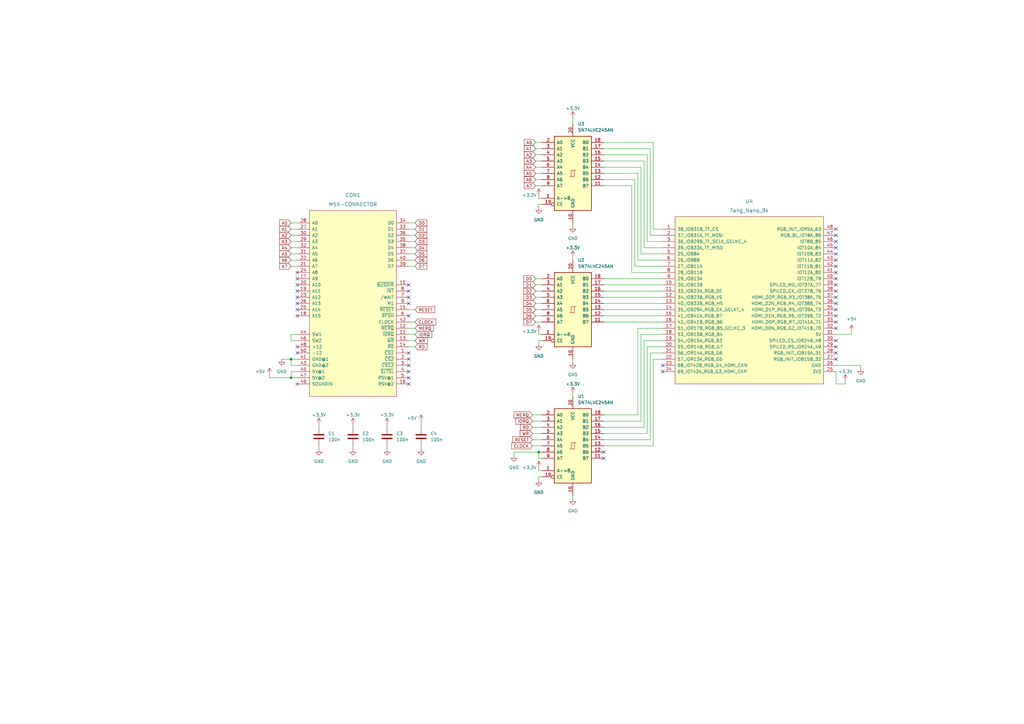
<source format=kicad_sch>
(kicad_sch (version 20211123) (generator eeschema)
  (paper "A3")
  (title_block (title "MSX-Tang Nano 9K") (date "2023-03-01"))
  (lib_symbols
    (symbol "Device:C" (pin_numbers hide) (pin_names (offset 0.254))
      (property "Reference" "C" (at 0.635 2.54 0))
      (property "Value" "C" (at 0.635 -2.54 0))
      (symbol "C_0_1"
        (polyline (pts (xy -2.032 -0.762) (xy 2.032 -0.762)) (stroke (width 0.508)))
        (polyline (pts (xy -2.032 0.762) (xy 2.032 0.762)) (stroke (width 0.508)))
      )
      (symbol "C_1_1"
        (pin passive line (at 0 3.81 270) (length 2.794) (name "~") (number "1"))
        (pin passive line (at 0 -3.81 90) (length 2.794) (name "~") (number "2"))
      )
    )
    (symbol "Mi_libreria:MSX-CONNECTOR" (pin_names (offset 1.016))
      (property "Reference" "CON1" (at -3.81 19.05 0))
      (property "Value" "MSX-CONNECTOR" (at -11.43 11.43 0))
      (symbol "MSX-CONNECTOR_1_0"
        (pin bidirectional line (at 22.86 -20.32 180) (length 5) (name "~{CS1}") (number "1"))
        (pin bidirectional line (at 22.86 7.62 180) (length 5) (name "~{BUSDIR}") (number "10"))
        (pin bidirectional line (at 22.86 -12.7 180) (length 5) (name "~{IORQ}") (number "11"))
        (pin bidirectional line (at 22.86 -10.16 180) (length 5) (name "~{MERQ}") (number "12"))
        (pin bidirectional line (at 22.86 -15.24 180) (length 5) (name "~{WR}") (number "13"))
        (pin bidirectional line (at 22.86 -17.78 180) (length 5) (name "~{RD}") (number "14"))
        (pin bidirectional line (at 22.86 -2.54 180) (length 5) (name "~{RESET}") (number "15"))
        (pin bidirectional line (at 22.86 -33.02 180) (length 5) (name "RSV@2") (number "16"))
        (pin bidirectional line (at -22.86 10.16 0) (length 5) (name "A9") (number "17"))
        (pin bidirectional line (at -22.86 -5.08 0) (length 5) (name "A15") (number "18"))
        (pin bidirectional line (at -22.86 5.08 0) (length 5) (name "A11") (number "19"))
        (pin bidirectional line (at 22.86 -22.86 180) (length 5) (name "~{CS2}") (number "2"))
        (pin bidirectional line (at -22.86 7.62 0) (length 5) (name "A10") (number "20"))
        (pin bidirectional line (at -22.86 15.24 0) (length 5) (name "A7") (number "21"))
        (pin bidirectional line (at -22.86 17.78 0) (length 5) (name "A6") (number "22"))
        (pin bidirectional line (at -22.86 2.54 0) (length 5) (name "A12") (number "23"))
        (pin bidirectional line (at -22.86 12.7 0) (length 5) (name "A8") (number "24"))
        (pin bidirectional line (at -22.86 -2.54 0) (length 5) (name "A14") (number "25"))
        (pin bidirectional line (at -22.86 0 0) (length 5) (name "A13") (number "26"))
        (pin bidirectional line (at -22.86 30.48 0) (length 5) (name "A1") (number "27"))
        (pin bidirectional line (at -22.86 33.02 0) (length 5) (name "A0") (number "28"))
        (pin bidirectional line (at -22.86 25.4 0) (length 5) (name "A3") (number "29"))
        (pin bidirectional line (at 22.86 -25.4 180) (length 5) (name "~{CS12}") (number "3"))
        (pin bidirectional line (at -22.86 27.94 0) (length 5) (name "A2") (number "30"))
        (pin bidirectional line (at -22.86 20.32 0) (length 5) (name "A5") (number "31"))
        (pin bidirectional line (at -22.86 22.86 0) (length 5) (name "A4") (number "32"))
        (pin bidirectional line (at 22.86 30.48 180) (length 5) (name "D1") (number "33"))
        (pin bidirectional line (at 22.86 33.02 180) (length 5) (name "D0") (number "34"))
        (pin bidirectional line (at 22.86 25.4 180) (length 5) (name "D3") (number "35"))
        (pin bidirectional line (at 22.86 27.94 180) (length 5) (name "D2") (number "36"))
        (pin bidirectional line (at 22.86 20.32 180) (length 5) (name "D5") (number "37"))
        (pin bidirectional line (at 22.86 22.86 180) (length 5) (name "D4") (number "38"))
        (pin bidirectional line (at 22.86 15.24 180) (length 5) (name "D7") (number "39"))
        (pin bidirectional line (at 22.86 -27.94 180) (length 5) (name "~{SLTSL}") (number "4"))
        (pin bidirectional line (at 22.86 17.78 180) (length 5) (name "D6") (number "40"))
        (pin bidirectional line (at -22.86 -22.86 0) (length 5) (name "GND@1") (number "41"))
        (pin bidirectional line (at 22.86 -7.62 180) (length 5) (name "CLOCK") (number "42"))
        (pin bidirectional line (at -22.86 -25.4 0) (length 5) (name "GND@2") (number "43"))
        (pin bidirectional line (at -22.86 -12.7 0) (length 5) (name "SW1") (number "44"))
        (pin bidirectional line (at -22.86 -27.94 0) (length 5) (name "5V@1") (number "45"))
        (pin bidirectional line (at -22.86 -15.24 0) (length 5) (name "SW2") (number "46"))
        (pin bidirectional line (at -22.86 -30.48 0) (length 5) (name "5V@2") (number "47"))
        (pin bidirectional line (at -22.86 -17.78 0) (length 5) (name "+12") (number "48"))
        (pin bidirectional line (at -22.86 -33.02 0) (length 5) (name "SOUNDIN") (number "49"))
        (pin bidirectional line (at 22.86 -30.48 180) (length 5) (name "RSV@1") (number "5"))
        (pin bidirectional line (at -22.86 -20.32 0) (length 5) (name "-12") (number "50"))
        (pin bidirectional line (at 22.86 -5.08 180) (length 5) (name "~{RFSH}") (number "6"))
        (pin bidirectional line (at 22.86 2.54 180) (length 5) (name "/WAIT") (number "7"))
        (pin bidirectional line (at 22.86 5.08 180) (length 5) (name "~{INT}") (number "8"))
        (pin bidirectional line (at 22.86 0 180) (length 5) (name "M1") (number "9"))
      )
      (symbol "MSX-CONNECTOR_1_1"
        (rectangle (start -17.78 38.1) (end 17.78 -38.1) (fill (type background)))
      )
    )
    (symbol "Mi_libreria:SN74LVC245AN" (pin_names (offset 1.016))
      (property "Reference" "U" (at -7.62 16.51 0))
      (property "Value" "SN74LVC245AN" (at -7.62 -16.51 0))
      (symbol "SN74LVC245AN_1_0"
        (polyline (pts (xy -0.635 -1.27) (xy -0.635 1.27) (xy 0.635 1.27)))
        (polyline (pts (xy -1.27 -1.27) (xy 0.635 -1.27) (xy 0.635 1.27) (xy 1.27 1.27)))
        (pin input line (at -12.7 -10.16 0) (length 5.08) (name "A->B") (number "1"))
        (pin power_in line (at 0 -20.32 90) (length 5.08) (name "GND") (number "10"))
        (pin tri_state line (at 12.7 -5.08 180) (length 5.08) (name "B7") (number "11"))
        (pin tri_state line (at 12.7 -2.54 180) (length 5.08) (name "B6") (number "12"))
        (pin tri_state line (at 12.7 0 180) (length 5.08) (name "B5") (number "13"))
        (pin tri_state line (at 12.7 2.54 180) (length 5.08) (name "B4") (number "14"))
        (pin tri_state line (at 12.7 5.08 180) (length 5.08) (name "B3") (number "15"))
        (pin tri_state line (at 12.7 7.62 180) (length 5.08) (name "B2") (number "16"))
        (pin tri_state line (at 12.7 10.16 180) (length 5.08) (name "B1") (number "17"))
        (pin tri_state line (at 12.7 12.7 180) (length 5.08) (name "B0") (number "18"))
        (pin input inverted (at -12.7 -12.7 0) (length 5.08) (name "CE") (number "19"))
        (pin tri_state line (at -12.7 12.7 0) (length 5.08) (name "A0") (number "2"))
        (pin power_in line (at 0 20.32 270) (length 5.08) (name "VCC") (number "20"))
        (pin tri_state line (at -12.7 10.16 0) (length 5.08) (name "A1") (number "3"))
        (pin tri_state line (at -12.7 7.62 0) (length 5.08) (name "A2") (number "4"))
        (pin tri_state line (at -12.7 5.08 0) (length 5.08) (name "A3") (number "5"))
        (pin tri_state line (at -12.7 2.54 0) (length 5.08) (name "A4") (number "6"))
        (pin tri_state line (at -12.7 0 0) (length 5.08) (name "A5") (number "7"))
        (pin tri_state line (at -12.7 -2.54 0) (length 5.08) (name "A6") (number "8"))
        (pin tri_state line (at -12.7 -5.08 0) (length 5.08) (name "A7") (number "9"))
      )
      (symbol "SN74LVC245AN_1_1"
        (rectangle (start -7.62 15.24) (end 7.62 -15.24) (stroke (width 0.254)) (fill (type background)))
      )
    )
    (symbol "Mi_libreria:Tang_Nano_9k" (pin_names (offset 1.016))
      (property "Reference" "U" (at -5.08 15.24 0))
      (property "Value" "Tang_Nano_9k" (at -10.16 11.43 0))
      (symbol "Tang_Nano_9k_1_0"
        (pin bidirectional line (at -35.56 27.94 0) (length 5) (name "38_IOB31B_TF_CS") (number "1"))
        (pin bidirectional line (at -35.56 5.08 0) (length 5) (name "30_IOB13B") (number "10"))
        (pin bidirectional line (at -35.56 2.54 0) (length 5) (name "33_IOB23A_RGB_DE") (number "11"))
        (pin bidirectional line (at -35.56 0 0) (length 5) (name "34_IOB23B_RGB_VS") (number "12"))
        (pin bidirectional line (at -35.56 -2.54 0) (length 5) (name "40_IOB33B_RGB_HS") (number "13"))
        (pin bidirectional line (at -35.56 -5.08 0) (length 5) (name "35_IOB29A_RGB_CK_GCLKT_4") (number "14"))
        (pin bidirectional line (at -35.56 -7.62 0) (length 5) (name "41_IOB41A_RGB_B7") (number "15"))
        (pin bidirectional line (at -35.56 -10.16 0) (length 5) (name "42_IOB41B_RGB_B6") (number "16"))
        (pin bidirectional line (at -35.56 -12.7 0) (length 5) (name "51_IOR17B_RGB_B5_GCLKC_3") (number "17"))
        (pin bidirectional line (at -35.56 -15.24 0) (length 5) (name "53_IOB15B_RGB_B4") (number "18"))
        (pin bidirectional line (at -35.56 -17.78 0) (length 5) (name "54_IOB15A_RGB_B3") (number "19"))
        (pin bidirectional line (at -35.56 25.4 0) (length 5) (name "37_IOB31A_TF_MOSI") (number "2"))
        (pin bidirectional line (at -35.56 -20.32 0) (length 5) (name "55_IOR14B_RGB_G7") (number "20"))
        (pin bidirectional line (at -35.56 -22.86 0) (length 5) (name "56_IOR14A_RGB_G6") (number "21"))
        (pin bidirectional line (at -35.56 -25.4 0) (length 5) (name "57_IOR13A_RGB_G5") (number "22"))
        (pin bidirectional line (at -35.56 -27.94 0) (length 5) (name "68_IOT42B_RGB_G4_HDMI_CKN") (number "23"))
        (pin bidirectional line (at -35.56 -30.48 0) (length 5) (name "69_IOT42A_RGB_G3_HDMI_CKP") (number "24"))
        (pin bidirectional line (at 35.56 -30.48 180) (length 5) (name "3V3") (number "25"))
        (pin bidirectional line (at 35.56 -27.94 180) (length 5) (name "GND") (number "26"))
        (pin bidirectional line (at 35.56 -25.4 180) (length 5) (name "RGB_INIT_IOB15B_32") (number "27"))
        (pin bidirectional line (at 35.56 -22.86 180) (length 5) (name "RGB_INIT_IOB15A_31") (number "28"))
        (pin bidirectional line (at 35.56 -20.32 180) (length 5) (name "SPILCD_RS_IOR24A_49") (number "29"))
        (pin bidirectional line (at -35.56 22.86 0) (length 5) (name "36_IOB29B_TF_SCLK_GCLKC_4") (number "3"))
        (pin bidirectional line (at 35.56 -17.78 180) (length 5) (name "SPILCD_CS_IOR24B_48") (number "30"))
        (pin bidirectional line (at 35.56 -15.24 180) (length 5) (name "5V") (number "31"))
        (pin bidirectional line (at 35.56 -12.7 180) (length 5) (name "HDMI_D0N_RGB_G2_IOT41B_70") (number "32"))
        (pin bidirectional line (at 35.56 -10.16 180) (length 5) (name "HDMI_D0P_RGB_R7_IOT41A_71") (number "33"))
        (pin bidirectional line (at 35.56 -7.62 180) (length 5) (name "HDMI_D1N_RGB_R6_IOT39B_72") (number "34"))
        (pin bidirectional line (at 35.56 -5.08 180) (length 5) (name "HDMI_D1P_RGB_R5_IOT39A_73") (number "35"))
        (pin bidirectional line (at 35.56 -2.54 180) (length 5) (name "HDMI_D2N_RGB_R4_IOT38B_74") (number "36"))
        (pin bidirectional line (at 35.56 0 180) (length 5) (name "HDMI_D2P_RGB_R3_IOT38A_75") (number "37"))
        (pin bidirectional line (at 35.56 2.54 180) (length 5) (name "SPILCD_CK_IOT37B_76") (number "38"))
        (pin bidirectional line (at 35.56 5.08 180) (length 5) (name "SPILCD_MO_IOT37A_77") (number "39"))
        (pin bidirectional line (at -35.56 20.32 0) (length 5) (name "39_IOB33A_TF_MISO") (number "4"))
        (pin bidirectional line (at 35.56 7.62 180) (length 5) (name "IOT12B_79") (number "40"))
        (pin bidirectional line (at 35.56 10.16 180) (length 5) (name "IOT12A_80") (number "41"))
        (pin bidirectional line (at 35.56 12.7 180) (length 5) (name "IOT11B_81") (number "42"))
        (pin bidirectional line (at 35.56 15.24 180) (length 5) (name "IOT11A_82") (number "43"))
        (pin bidirectional line (at 35.56 17.78 180) (length 5) (name "IOT10B_83") (number "44"))
        (pin bidirectional line (at 35.56 20.32 180) (length 5) (name "IOT10A_84") (number "45"))
        (pin bidirectional line (at 35.56 22.86 180) (length 5) (name "IOT8B_85") (number "46"))
        (pin bidirectional line (at 35.56 25.4 180) (length 5) (name "RGB_BL_IOT8A_86") (number "47"))
        (pin bidirectional line (at 35.56 27.94 180) (length 5) (name "RGB_INIT_IOR5A_63") (number "48"))
        (pin bidirectional line (at -35.56 17.78 0) (length 5) (name "25_IOB8A") (number "5"))
        (pin bidirectional line (at -35.56 15.24 0) (length 5) (name "26_IOB8B") (number "6"))
        (pin bidirectional line (at -35.56 12.7 0) (length 5) (name "27_IOB11A") (number "7"))
        (pin bidirectional line (at -35.56 10.16 0) (length 5) (name "28_IOB11B") (number "8"))
        (pin bidirectional line (at -35.56 7.62 0) (length 5) (name "29_IOB13A") (number "9"))
      )
      (symbol "Tang_Nano_9k_1_1"
        (rectangle (start -30.48 33.02) (end 30.48 -35.56) (fill (type background)))
      )
    )
    (symbol "power:+3.3V" (power) (pin_names (offset 0))
      (property "Value" "+3.3V" (at 0 3.556 0))
      (symbol "+3.3V_0_1"
        (polyline (pts (xy -0.762 1.27) (xy 0 2.54)))
        (polyline (pts (xy 0 0) (xy 0 2.54)))
        (polyline (pts (xy 0 2.54) (xy 0.762 1.27)))
      )
      (symbol "+3.3V_1_1"
        (pin power_in line (at 0 0 90) (length 0) hide (name "+3.3V") (number "1"))
      )
    )
    (symbol "power:+5V" (power) (pin_names (offset 0))
      (property "Value" "+5V" (at 0 3.556 0))
      (symbol "+5V_0_1"
        (polyline (pts (xy -0.762 1.27) (xy 0 2.54)))
        (polyline (pts (xy 0 0) (xy 0 2.54)))
        (polyline (pts (xy 0 2.54) (xy 0.762 1.27)))
      )
      (symbol "+5V_1_1"
        (pin power_in line (at 0 0 90) (length 0) hide (name "+5V") (number "1"))
      )
    )
    (symbol "power:GND" (power) (pin_names (offset 0))
      (property "Value" "GND" (at 0 -3.81 0))
      (symbol "GND_0_1"
        (polyline (pts (xy 0 0) (xy 0 -1.27) (xy 1.27 -1.27) (xy 0 -2.54) (xy -1.27 -1.27) (xy 0 -1.27)))
      )
      (symbol "GND_1_1"
        (pin power_in line (at 0 0 270) (length 0) hide (name "GND") (number "1"))
      )
    )
  )
  (junction (at 220.98 185.42))
  (junction (at 119.38 147.32))
  (junction (at 119.38 154.94))
  (no_connect (at 121.92 124.46))
  (no_connect (at 342.9 127))
  (no_connect (at 342.9 134.62))
  (no_connect (at 167.64 119.38))
  (no_connect (at 342.9 147.32))
  (no_connect (at 342.9 124.46))
  (no_connect (at 167.64 157.48))
  (no_connect (at 121.92 121.92))
  (no_connect (at 247.65 187.96))
  (no_connect (at 342.9 119.38))
  (no_connect (at 121.92 114.3))
  (no_connect (at 121.92 111.76))
  (no_connect (at 342.9 104.14))
  (no_connect (at 342.9 109.22))
  (no_connect (at 121.92 142.24))
  (no_connect (at 121.92 144.78))
  (no_connect (at 167.64 154.94))
  (no_connect (at 167.64 121.92))
  (no_connect (at 271.78 152.4))
  (no_connect (at 167.64 129.54))
  (no_connect (at 342.9 142.24))
  (no_connect (at 271.78 149.86))
  (no_connect (at 167.64 116.84))
  (no_connect (at 121.92 157.48))
  (no_connect (at 342.9 99.06))
  (no_connect (at 342.9 101.6))
  (no_connect (at 342.9 139.7))
  (no_connect (at 121.92 116.84))
  (no_connect (at 167.64 147.32))
  (no_connect (at 167.64 144.78))
  (no_connect (at 167.64 149.86))
  (no_connect (at 342.9 144.78))
  (no_connect (at 121.92 129.54))
  (no_connect (at 342.9 96.52))
  (no_connect (at 167.64 152.4))
  (no_connect (at 342.9 129.54))
  (no_connect (at 121.92 119.38))
  (no_connect (at 342.9 132.08))
  (no_connect (at 121.92 127))
  (no_connect (at 167.64 124.46))
  (no_connect (at 342.9 116.84))
  (no_connect (at 342.9 106.68))
  (no_connect (at 342.9 93.98))
  (no_connect (at 342.9 114.3))
  (no_connect (at 247.65 185.42))
  (no_connect (at 342.9 121.92))
  (no_connect (at 342.9 111.76))
  (wire (pts (xy 119.38 109.22) (xy 121.92 109.22)))
  (wire (pts (xy 266.7 96.52) (xy 266.7 60.96)))
  (wire (pts (xy 219.71 66.04) (xy 222.25 66.04)))
  (wire (pts (xy 167.64 142.24) (xy 170.18 142.24)))
  (wire (pts (xy 219.71 129.54) (xy 222.25 129.54)))
  (wire (pts (xy 234.95 48.26) (xy 234.95 50.8)))
  (wire (pts (xy 264.16 101.6) (xy 264.16 66.04)))
  (wire (pts (xy 261.62 71.12) (xy 247.65 71.12)))
  (wire (pts (xy 218.44 175.26) (xy 222.25 175.26)))
  (wire (pts (xy 259.08 111.76) (xy 259.08 76.2)))
  (wire (pts (xy 222.25 185.42) (xy 220.98 185.42)))
  (wire (pts (xy 265.43 142.24) (xy 265.43 177.8)))
  (wire (pts (xy 219.71 114.3) (xy 222.25 114.3)))
  (wire (pts (xy 218.44 180.34) (xy 222.25 180.34)))
  (wire (pts (xy 247.65 132.08) (xy 271.78 132.08)))
  (wire (pts (xy 264.16 139.7) (xy 264.16 175.26)))
  (wire (pts (xy 144.78 182.88) (xy 144.78 184.15)))
  (wire (pts (xy 346.71 156.21) (xy 346.71 157.48)))
  (wire (pts (xy 266.7 144.78) (xy 266.7 180.34)))
  (wire (pts (xy 219.71 132.08) (xy 222.25 132.08)))
  (wire (pts (xy 247.65 60.96) (xy 266.7 60.96)))
  (wire (pts (xy 167.64 106.68) (xy 170.18 106.68)))
  (wire (pts (xy 130.81 182.88) (xy 130.81 184.15)))
  (wire (pts (xy 271.78 144.78) (xy 266.7 144.78)))
  (wire (pts (xy 265.43 177.8) (xy 247.65 177.8)))
  (wire (pts (xy 222.25 83.82) (xy 220.98 83.82)))
  (wire (pts (xy 247.65 119.38) (xy 271.78 119.38)))
  (wire (pts (xy 271.78 109.22) (xy 260.35 109.22)))
  (wire (pts (xy 219.71 127) (xy 222.25 127)))
  (wire (pts (xy 167.64 137.16) (xy 170.18 137.16)))
  (wire (pts (xy 219.71 60.96) (xy 222.25 60.96)))
  (wire (pts (xy 119.38 93.98) (xy 121.92 93.98)))
  (wire (pts (xy 342.9 157.48) (xy 346.71 157.48)))
  (wire (pts (xy 119.38 99.06) (xy 121.92 99.06)))
  (wire (pts (xy 172.72 172.72) (xy 172.72 175.26)))
  (wire (pts (xy 271.78 142.24) (xy 265.43 142.24)))
  (wire (pts (xy 349.25 137.16) (xy 342.9 137.16)))
  (wire (pts (xy 167.64 132.08) (xy 170.18 132.08)))
  (wire (pts (xy 271.78 101.6) (xy 264.16 101.6)))
  (wire (pts (xy 167.64 127) (xy 170.18 127)))
  (wire (pts (xy 219.71 63.5) (xy 222.25 63.5)))
  (wire (pts (xy 271.78 137.16) (xy 262.89 137.16)))
  (wire (pts (xy 349.25 135.89) (xy 349.25 137.16)))
  (wire (pts (xy 121.92 147.32) (xy 119.38 147.32)))
  (wire (pts (xy 271.78 96.52) (xy 266.7 96.52)))
  (wire (pts (xy 167.64 104.14) (xy 170.18 104.14)))
  (wire (pts (xy 222.25 187.96) (xy 220.98 187.96)))
  (wire (pts (xy 167.64 101.6) (xy 170.18 101.6)))
  (wire (pts (xy 247.65 114.3) (xy 271.78 114.3)))
  (wire (pts (xy 220.98 185.42) (xy 210.82 185.42)))
  (wire (pts (xy 262.89 172.72) (xy 247.65 172.72)))
  (wire (pts (xy 110.49 154.94) (xy 119.38 154.94)))
  (wire (pts (xy 119.38 104.14) (xy 121.92 104.14)))
  (wire (pts (xy 271.78 111.76) (xy 259.08 111.76)))
  (wire (pts (xy 219.71 124.46) (xy 222.25 124.46)))
  (wire (pts (xy 119.38 154.94) (xy 121.92 154.94)))
  (wire (pts (xy 158.75 173.99) (xy 158.75 175.26)))
  (wire (pts (xy 271.78 139.7) (xy 264.16 139.7)))
  (wire (pts (xy 210.82 185.42) (xy 210.82 186.69)))
  (wire (pts (xy 119.38 137.16) (xy 119.38 139.7)))
  (wire (pts (xy 247.65 121.92) (xy 271.78 121.92)))
  (wire (pts (xy 144.78 173.99) (xy 144.78 175.26)))
  (wire (pts (xy 167.64 99.06) (xy 170.18 99.06)))
  (wire (pts (xy 342.9 152.4) (xy 342.9 157.48)))
  (wire (pts (xy 261.62 106.68) (xy 261.62 71.12)))
  (wire (pts (xy 110.49 153.67) (xy 110.49 154.94)))
  (wire (pts (xy 264.16 175.26) (xy 247.65 175.26)))
  (wire (pts (xy 259.08 76.2) (xy 247.65 76.2)))
  (wire (pts (xy 220.98 191.77) (xy 220.98 193.04)))
  (wire (pts (xy 222.25 81.28) (xy 220.98 81.28)))
  (wire (pts (xy 119.38 91.44) (xy 121.92 91.44)))
  (wire (pts (xy 220.98 193.04) (xy 222.25 193.04)))
  (wire (pts (xy 271.78 104.14) (xy 262.89 104.14)))
  (wire (pts (xy 222.25 139.7) (xy 220.98 139.7)))
  (wire (pts (xy 119.38 152.4) (xy 119.38 154.94)))
  (wire (pts (xy 218.44 182.88) (xy 222.25 182.88)))
  (wire (pts (xy 267.97 182.88) (xy 247.65 182.88)))
  (wire (pts (xy 218.44 177.8) (xy 222.25 177.8)))
  (wire (pts (xy 267.97 93.98) (xy 267.97 58.42)))
  (wire (pts (xy 219.71 68.58) (xy 222.25 68.58)))
  (wire (pts (xy 119.38 147.32) (xy 119.38 149.86)))
  (wire (pts (xy 266.7 180.34) (xy 247.65 180.34)))
  (wire (pts (xy 247.65 116.84) (xy 271.78 116.84)))
  (wire (pts (xy 265.43 63.5) (xy 247.65 63.5)))
  (wire (pts (xy 261.62 170.18) (xy 247.65 170.18)))
  (wire (pts (xy 219.71 73.66) (xy 222.25 73.66)))
  (wire (pts (xy 247.65 127) (xy 271.78 127)))
  (wire (pts (xy 219.71 71.12) (xy 222.25 71.12)))
  (wire (pts (xy 119.38 96.52) (xy 121.92 96.52)))
  (wire (pts (xy 218.44 172.72) (xy 222.25 172.72)))
  (wire (pts (xy 220.98 185.42) (xy 220.98 187.96)))
  (wire (pts (xy 220.98 135.89) (xy 220.98 137.16)))
  (wire (pts (xy 220.98 80.01) (xy 220.98 81.28)))
  (wire (pts (xy 271.78 99.06) (xy 265.43 99.06)))
  (wire (pts (xy 234.95 147.32) (xy 234.95 148.59)))
  (wire (pts (xy 271.78 147.32) (xy 267.97 147.32)))
  (wire (pts (xy 218.44 170.18) (xy 222.25 170.18)))
  (wire (pts (xy 260.35 109.22) (xy 260.35 73.66)))
  (wire (pts (xy 119.38 149.86) (xy 121.92 149.86)))
  (wire (pts (xy 271.78 93.98) (xy 267.97 93.98)))
  (wire (pts (xy 247.65 129.54) (xy 271.78 129.54)))
  (wire (pts (xy 264.16 66.04) (xy 247.65 66.04)))
  (wire (pts (xy 158.75 182.88) (xy 158.75 184.15)))
  (wire (pts (xy 167.64 139.7) (xy 170.18 139.7)))
  (wire (pts (xy 219.71 119.38) (xy 222.25 119.38)))
  (wire (pts (xy 262.89 137.16) (xy 262.89 172.72)))
  (wire (pts (xy 167.64 91.44) (xy 170.18 91.44)))
  (wire (pts (xy 167.64 134.62) (xy 170.18 134.62)))
  (wire (pts (xy 220.98 195.58) (xy 220.98 196.85)))
  (wire (pts (xy 222.25 195.58) (xy 220.98 195.58)))
  (wire (pts (xy 342.9 149.86) (xy 353.06 149.86)))
  (wire (pts (xy 234.95 105.41) (xy 234.95 106.68)))
  (wire (pts (xy 234.95 161.29) (xy 234.95 162.56)))
  (wire (pts (xy 267.97 147.32) (xy 267.97 182.88)))
  (wire (pts (xy 219.71 116.84) (xy 222.25 116.84)))
  (wire (pts (xy 119.38 139.7) (xy 121.92 139.7)))
  (wire (pts (xy 220.98 139.7) (xy 220.98 140.97)))
  (wire (pts (xy 265.43 99.06) (xy 265.43 63.5)))
  (wire (pts (xy 262.89 68.58) (xy 247.65 68.58)))
  (wire (pts (xy 219.71 121.92) (xy 222.25 121.92)))
  (wire (pts (xy 121.92 152.4) (xy 119.38 152.4)))
  (wire (pts (xy 260.35 73.66) (xy 247.65 73.66)))
  (wire (pts (xy 234.95 91.44) (xy 234.95 92.71)))
  (wire (pts (xy 262.89 104.14) (xy 262.89 68.58)))
  (wire (pts (xy 167.64 96.52) (xy 170.18 96.52)))
  (wire (pts (xy 219.71 58.42) (xy 222.25 58.42)))
  (wire (pts (xy 271.78 134.62) (xy 261.62 134.62)))
  (wire (pts (xy 167.64 93.98) (xy 170.18 93.98)))
  (wire (pts (xy 219.71 76.2) (xy 222.25 76.2)))
  (wire (pts (xy 271.78 106.68) (xy 261.62 106.68)))
  (wire (pts (xy 172.72 182.88) (xy 172.72 184.15)))
  (wire (pts (xy 247.65 124.46) (xy 271.78 124.46)))
  (wire (pts (xy 247.65 58.42) (xy 267.97 58.42)))
  (wire (pts (xy 119.38 106.68) (xy 121.92 106.68)))
  (wire (pts (xy 167.64 109.22) (xy 170.18 109.22)))
  (wire (pts (xy 220.98 83.82) (xy 220.98 85.09)))
  (wire (pts (xy 261.62 134.62) (xy 261.62 170.18)))
  (wire (pts (xy 119.38 101.6) (xy 121.92 101.6)))
  (wire (pts (xy 115.57 147.32) (xy 119.38 147.32)))
  (wire (pts (xy 130.81 173.99) (xy 130.81 175.26)))
  (wire (pts (xy 220.98 137.16) (xy 222.25 137.16)))
  (wire (pts (xy 353.06 151.13) (xy 353.06 149.86)))
  (wire (pts (xy 234.95 203.2) (xy 234.95 204.47)))
  (wire (pts (xy 121.92 137.16) (xy 119.38 137.16)))
  (global_label "WR" (shape input) (at 218.44 177.8 180) (property "Intersheet References" "${INTERSHEET_REFS}" (effects hide)))
  (global_label "A5" (shape input) (at 119.38 104.14 180) (property "Intersheet References" "${INTERSHEET_REFS}" (effects hide)))
  (global_label "A6" (shape input) (at 119.38 106.68 180) (property "Intersheet References" "${INTERSHEET_REFS}" (effects hide)))
  (global_label "D3" (shape input) (at 219.71 121.92 180) (property "Intersheet References" "${INTERSHEET_REFS}" (effects hide)))
  (global_label "IORQ" (shape input) (at 218.44 172.72 180) (property "Intersheet References" "${INTERSHEET_REFS}" (effects hide)))
  (global_label "A7" (shape input) (at 219.71 76.2 180) (property "Intersheet References" "${INTERSHEET_REFS}" (effects hide)))
  (global_label "D0" (shape input) (at 219.71 114.3 180) (property "Intersheet References" "${INTERSHEET_REFS}" (effects hide)))
  (global_label "A0" (shape input) (at 119.38 91.44 180) (property "Intersheet References" "${INTERSHEET_REFS}" (effects hide)))
  (global_label "WR" (shape input) (at 170.18 139.7 0) (property "Intersheet References" "${INTERSHEET_REFS}" (effects hide)))
  (global_label "D1" (shape input) (at 170.18 93.98 0) (property "Intersheet References" "${INTERSHEET_REFS}" (effects hide)))
  (global_label "D4" (shape input) (at 219.71 124.46 180) (property "Intersheet References" "${INTERSHEET_REFS}" (effects hide)))
  (global_label "IORQ" (shape input) (at 170.18 137.16 0) (property "Intersheet References" "${INTERSHEET_REFS}" (effects hide)))
  (global_label "A1" (shape input) (at 219.71 60.96 180) (property "Intersheet References" "${INTERSHEET_REFS}" (effects hide)))
  (global_label "D2" (shape input) (at 170.18 96.52 0) (property "Intersheet References" "${INTERSHEET_REFS}" (effects hide)))
  (global_label "D5" (shape input) (at 170.18 104.14 0) (property "Intersheet References" "${INTERSHEET_REFS}" (effects hide)))
  (global_label "RD" (shape input) (at 170.18 142.24 0) (property "Intersheet References" "${INTERSHEET_REFS}" (effects hide)))
  (global_label "D3" (shape input) (at 170.18 99.06 0) (property "Intersheet References" "${INTERSHEET_REFS}" (effects hide)))
  (global_label "A3" (shape input) (at 219.71 66.04 180) (property "Intersheet References" "${INTERSHEET_REFS}" (effects hide)))
  (global_label "MERQ" (shape input) (at 170.18 134.62 0) (property "Intersheet References" "${INTERSHEET_REFS}" (effects hide)))
  (global_label "A2" (shape input) (at 119.38 96.52 180) (property "Intersheet References" "${INTERSHEET_REFS}" (effects hide)))
  (global_label "RESET" (shape input) (at 170.18 127 0) (property "Intersheet References" "${INTERSHEET_REFS}" (effects hide)))
  (global_label "A7" (shape input) (at 119.38 109.22 180) (property "Intersheet References" "${INTERSHEET_REFS}" (effects hide)))
  (global_label "D5" (shape input) (at 219.71 127 180) (property "Intersheet References" "${INTERSHEET_REFS}" (effects hide)))
  (global_label "D2" (shape input) (at 219.71 119.38 180) (property "Intersheet References" "${INTERSHEET_REFS}" (effects hide)))
  (global_label "D1" (shape input) (at 219.71 116.84 180) (property "Intersheet References" "${INTERSHEET_REFS}" (effects hide)))
  (global_label "D7" (shape input) (at 219.71 132.08 180) (property "Intersheet References" "${INTERSHEET_REFS}" (effects hide)))
  (global_label "A2" (shape input) (at 219.71 63.5 180) (property "Intersheet References" "${INTERSHEET_REFS}" (effects hide)))
  (global_label "RD" (shape input) (at 218.44 175.26 180) (property "Intersheet References" "${INTERSHEET_REFS}" (effects hide)))
  (global_label "A0" (shape input) (at 219.71 58.42 180) (property "Intersheet References" "${INTERSHEET_REFS}" (effects hide)))
  (global_label "A4" (shape input) (at 119.38 101.6 180) (property "Intersheet References" "${INTERSHEET_REFS}" (effects hide)))
  (global_label "D0" (shape input) (at 170.18 91.44 0) (property "Intersheet References" "${INTERSHEET_REFS}" (effects hide)))
  (global_label "A4" (shape input) (at 219.71 68.58 180) (property "Intersheet References" "${INTERSHEET_REFS}" (effects hide)))
  (global_label "A3" (shape input) (at 119.38 99.06 180) (property "Intersheet References" "${INTERSHEET_REFS}" (effects hide)))
  (global_label "A1" (shape input) (at 119.38 93.98 180) (property "Intersheet References" "${INTERSHEET_REFS}" (effects hide)))
  (global_label "A6" (shape input) (at 219.71 73.66 180) (property "Intersheet References" "${INTERSHEET_REFS}" (effects hide)))
  (global_label "A5" (shape input) (at 219.71 71.12 180) (property "Intersheet References" "${INTERSHEET_REFS}" (effects hide)))
  (global_label "D6" (shape input) (at 170.18 106.68 0) (property "Intersheet References" "${INTERSHEET_REFS}" (effects hide)))
  (global_label "CLOCK" (shape input) (at 170.18 132.08 0) (property "Intersheet References" "${INTERSHEET_REFS}" (effects hide)))
  (global_label "MERQ" (shape input) (at 218.44 170.18 180) (property "Intersheet References" "${INTERSHEET_REFS}" (effects hide)))
  (global_label "D7" (shape input) (at 170.18 109.22 0) (property "Intersheet References" "${INTERSHEET_REFS}" (effects hide)))
  (global_label "D6" (shape input) (at 219.71 129.54 180) (property "Intersheet References" "${INTERSHEET_REFS}" (effects hide)))
  (global_label "D4" (shape input) (at 170.18 101.6 0) (property "Intersheet References" "${INTERSHEET_REFS}" (effects hide)))
  (global_label "CLOCK" (shape input) (at 218.44 182.88 180) (property "Intersheet References" "${INTERSHEET_REFS}" (effects hide)))
  (global_label "RESET" (shape input) (at 218.44 180.34 180) (property "Intersheet References" "${INTERSHEET_REFS}" (effects hide)))
  (symbol (lib_id "power:GND") (at 172.72 184.15 0) (unit 1)
    (property "Reference" "#PWR0118" (effects hide))
    (property "Value" "GND" (at 172.72 189.23 0))
  )
  (symbol (lib_id "power:+3.3V") (at 144.78 173.99 0) (unit 1)
    (property "Reference" "#PWR0123" (effects hide))
    (property "Value" "+3.3V" (at 144.78 170.18 0))
  )
  (symbol (lib_id "Device:C") (at 144.78 179.07 0) (unit 1)
    (property "Reference" "C2" (at 148.59 177.7999 0) (effects (justify left)))
    (property "Value" "100n" (at 148.59 180.3399 0) (effects (justify left)))
    (property "Footprint" "Mis_huellas:C_Disc_D4.3mm_W1.9mm_P5.00mm" (effects hide))
  )
  (symbol (lib_id "power:+3.3V") (at 234.95 105.41 0) (unit 1)
    (property "Reference" "#PWR0105" (effects hide))
    (property "Value" "+3.3V" (at 234.95 101.6 0))
  )
  (symbol (lib_id "power:GND") (at 158.75 184.15 0) (unit 1)
    (property "Reference" "#PWR0120" (effects hide))
    (property "Value" "GND" (at 158.75 189.23 0))
  )
  (symbol (lib_id "power:+3.3V") (at 220.98 191.77 0) (unit 1)
    (property "Reference" "#PWR0111" (effects hide))
    (property "Value" "+3.3V" (at 217.17 191.77 0))
  )
  (symbol (lib_id "power:GND") (at 234.95 148.59 0) (unit 1)
    (property "Reference" "#PWR0114" (effects hide))
    (property "Value" "GND" (at 234.95 153.67 0))
  )
  (symbol (lib_id "power:GND") (at 220.98 85.09 0) (unit 1)
    (property "Reference" "#PWR0103" (effects hide))
    (property "Value" "GND" (at 220.98 90.17 0))
  )
  (symbol (lib_id "Mi_libreria:SN74LVC245AN") (at 234.95 182.88 0) (unit 1)
    (property "Reference" "U1" (at 236.9694 162.56 0) (effects (justify left)))
    (property "Value" "SN74LVC245AN" (at 236.9694 165.1 0) (effects (justify left)))
    (property "Footprint" "Package_DIP:DIP-20_W7.62mm" (effects hide))
    (property "Datasheet" "https://www.ti.com/lit/ds/symlink/sn74lvc245a.pdf" (effects hide))
  )
  (symbol (lib_id "power:GND") (at 234.95 204.47 0) (unit 1)
    (property "Reference" "#PWR0109" (effects hide))
    (property "Value" "GND" (at 234.95 209.55 0))
  )
  (symbol (lib_id "Device:C") (at 130.81 179.07 0) (unit 1)
    (property "Reference" "C1" (at 134.62 177.7999 0) (effects (justify left)))
    (property "Value" "100n" (at 134.62 180.3399 0) (effects (justify left)))
    (property "Footprint" "Mis_huellas:C_Disc_D4.3mm_W1.9mm_P5.00mm" (effects hide))
  )
  (symbol (lib_id "power:GND") (at 220.98 140.97 0) (unit 1)
    (property "Reference" "#PWR0113" (effects hide))
    (property "Value" "GND" (at 220.98 146.05 0))
  )
  (symbol (lib_id "Mi_libreria:SN74LVC245AN") (at 234.95 127 0) (unit 1)
    (property "Reference" "U2" (at 236.9694 106.68 0) (effects (justify left)))
    (property "Value" "SN74LVC245AN" (at 236.9694 109.22 0) (effects (justify left)))
    (property "Footprint" "Package_DIP:DIP-20_W7.62mm" (effects hide))
    (property "Datasheet" "https://www.ti.com/lit/ds/symlink/sn74lvc245a.pdf" (effects hide))
  )
  (symbol (lib_id "power:+3.3V") (at 220.98 135.89 0) (unit 1)
    (property "Reference" "#PWR0112" (effects hide))
    (property "Value" "+3.3V" (at 217.17 135.89 0))
  )
  (symbol (lib_id "power:GND") (at 210.82 186.69 0) (unit 1)
    (property "Reference" "#PWR0116" (effects hide))
    (property "Value" "GND" (at 210.82 191.77 0))
  )
  (symbol (lib_id "power:GND") (at 115.57 147.32 0) (unit 1)
    (property "Reference" "#PWR02" (effects hide))
    (property "Value" "GND" (at 115.57 152.4 0))
  )
  (symbol (lib_id "power:+5V") (at 110.49 153.67 0) (unit 1)
    (property "Reference" "#PWR01" (effects hide))
    (property "Value" "+5V" (at 106.68 152.4 0))
  )
  (symbol (lib_id "Mi_libreria:Tang_Nano_9k") (at 307.34 121.92 0) (unit 1)
    (property "Reference" "U4" (at 307.34 82.55 0) (effects (font (size 1.4986 1.4986))))
    (property "Value" "Tang_Nano_9k" (at 307.34 86.36 0) (effects (font (size 1.4986 1.4986))))
    (property "Footprint" "Mis_huellas:Tang_Nano_9k" (effects hide))
  )
  (symbol (lib_id "power:GND") (at 130.81 184.15 0) (unit 1)
    (property "Reference" "#PWR0117" (effects hide))
    (property "Value" "GND" (at 130.81 189.23 0))
  )
  (symbol (lib_id "Device:C") (at 158.75 179.07 0) (unit 1)
    (property "Reference" "C3" (at 162.56 177.7999 0) (effects (justify left)))
    (property "Value" "100n" (at 162.56 180.3399 0) (effects (justify left)))
    (property "Footprint" "Mis_huellas:C_Disc_D4.3mm_W1.9mm_P5.00mm" (effects hide))
  )
  (symbol (lib_id "power:GND") (at 234.95 92.71 0) (unit 1)
    (property "Reference" "#PWR0104" (effects hide))
    (property "Value" "GND" (at 234.95 97.79 0))
  )
  (symbol (lib_id "Mi_libreria:SN74LVC245AN") (at 234.95 71.12 0) (unit 1)
    (property "Reference" "U3" (at 236.9694 50.8 0) (effects (justify left)))
    (property "Value" "SN74LVC245AN" (at 236.9694 53.34 0) (effects (justify left)))
    (property "Footprint" "Package_DIP:DIP-20_W7.62mm" (effects hide))
    (property "Datasheet" "https://www.ti.com/lit/ds/symlink/sn74lvc245a.pdf" (effects hide))
  )
  (symbol (lib_id "power:+3.3V") (at 234.95 48.26 0) (unit 1)
    (property "Reference" "#PWR0101" (effects hide))
    (property "Value" "+3.3V" (at 234.95 44.45 0))
  )
  (symbol (lib_id "power:GND") (at 220.98 196.85 0) (unit 1)
    (property "Reference" "#PWR0110" (effects hide))
    (property "Value" "GND" (at 220.98 201.93 0))
  )
  (symbol (lib_id "power:+3.3V") (at 130.81 173.99 0) (unit 1)
    (property "Reference" "#PWR0124" (effects hide))
    (property "Value" "+3.3V" (at 130.81 170.18 0))
  )
  (symbol (lib_id "power:GND") (at 353.06 151.13 0) (unit 1)
    (property "Reference" "#PWR0108" (effects hide))
    (property "Value" "GND" (at 353.06 156.21 0))
  )
  (symbol (lib_id "power:+5V") (at 349.25 135.89 0) (unit 1)
    (property "Reference" "#PWR0106" (effects hide))
    (property "Value" "+5V" (at 349.25 130.81 0))
  )
  (symbol (lib_id "power:+3.3V") (at 220.98 80.01 0) (unit 1)
    (property "Reference" "#PWR0102" (effects hide))
    (property "Value" "+3.3V" (at 217.17 80.01 0))
  )
  (symbol (lib_id "power:+3.3V") (at 234.95 161.29 0) (unit 1)
    (property "Reference" "#PWR0115" (effects hide))
    (property "Value" "+3.3V" (at 234.95 157.48 0))
  )
  (symbol (lib_id "Device:C") (at 172.72 179.07 0) (unit 1)
    (property "Reference" "C4" (at 176.53 177.7999 0) (effects (justify left)))
    (property "Value" "100n" (at 176.53 180.3399 0) (effects (justify left)))
    (property "Footprint" "Mis_huellas:C_Disc_D4.3mm_W1.9mm_P5.00mm" (effects hide))
  )
  (symbol (lib_id "Mi_libreria:MSX-CONNECTOR") (at 144.78 124.46 0) (unit 1)
    (property "Reference" "CON1" (at 144.78 80.01 0) (effects (font (size 1.4986 1.4986))))
    (property "Value" "MSX-CONNECTOR" (at 144.78 83.82 0) (effects (font (size 1.4986 1.4986))))
    (property "Footprint" "Mis_huellas:CARTRIDGE_MSX" (effects hide))
  )
  (symbol (lib_id "power:+3.3V") (at 158.75 173.99 0) (unit 1)
    (property "Reference" "#PWR0121" (effects hide))
    (property "Value" "+3.3V" (at 158.75 170.18 0))
  )
  (symbol (lib_id "power:GND") (at 144.78 184.15 0) (unit 1)
    (property "Reference" "#PWR0122" (effects hide))
    (property "Value" "GND" (at 144.78 189.23 0))
  )
  (symbol (lib_id "power:+3.3V") (at 346.71 156.21 0) (unit 1)
    (property "Reference" "#PWR0107" (effects hide))
    (property "Value" "+3.3V" (at 346.71 152.4 0))
  )
  (symbol (lib_id "power:+5V") (at 172.72 172.72 0) (unit 1)
    (property "Reference" "#PWR0119" (effects hide))
    (property "Value" "+5V" (at 168.91 171.45 0))
  )
)
</source>
